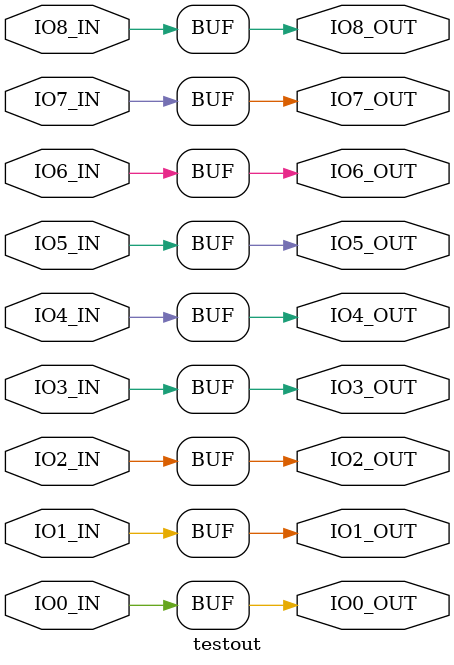
<source format=v>
module testout(
  IO0_IN,
  IO0_OUT,
  IO1_IN,
  IO1_OUT,
  IO2_IN,
  IO2_OUT,
  IO3_IN,
  IO3_OUT,
  IO4_IN,
  IO4_OUT,
  IO5_IN,
  IO5_OUT,
  IO6_IN,
  IO6_OUT,
  IO7_IN,
  IO7_OUT,
  IO8_IN,
  IO8_OUT
);

input  IO0_IN;
output IO0_OUT;
input  IO1_IN;
output IO1_OUT;
input  IO2_IN;
output IO2_OUT;
input  IO3_IN;
output IO3_OUT;
input  IO4_IN;
output IO4_OUT;
input  IO5_IN;
output IO5_OUT;
input  IO6_IN;
output IO6_OUT;
input  IO7_IN;
output IO7_OUT;
input  IO8_IN;
output IO8_OUT;

assign IO0_OUT = IO0_IN;
assign IO1_OUT = IO1_IN;
assign IO2_OUT = IO2_IN;
assign IO3_OUT = IO3_IN;
assign IO4_OUT = IO4_IN;
assign IO5_OUT = IO5_IN;
assign IO6_OUT = IO6_IN;
assign IO7_OUT = IO7_IN;
assign IO8_OUT = IO8_IN;

endmodule

</source>
